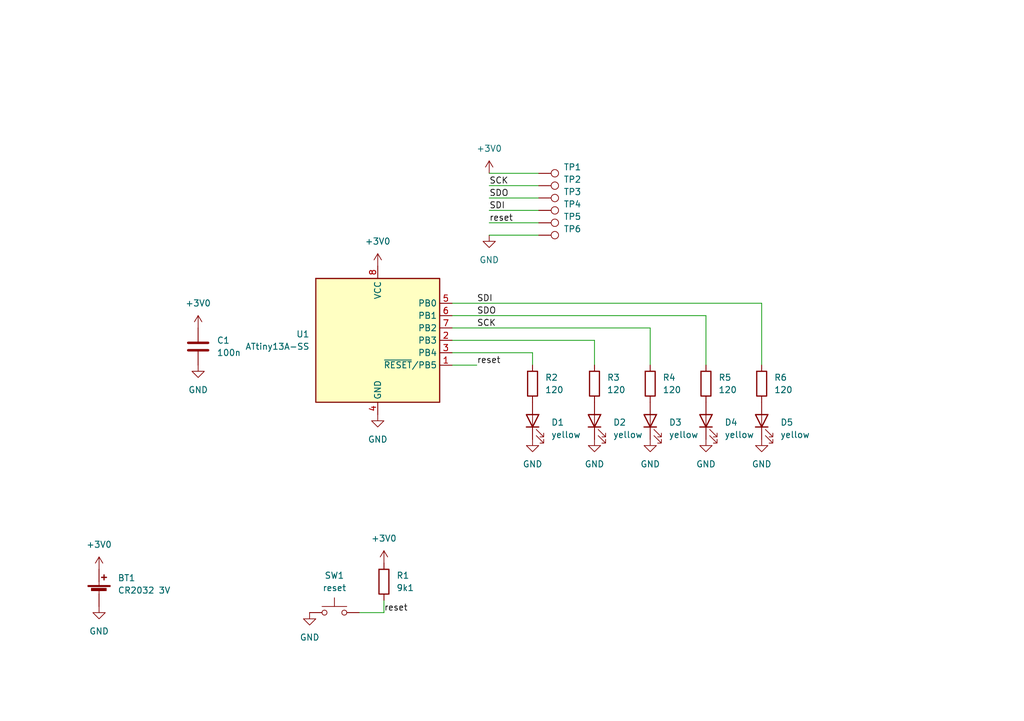
<source format=kicad_sch>
(kicad_sch (version 20211123) (generator eeschema)
  (paper "A5")
  (title_block (title "Móra Blinker") (date "2022-03-22") (company "SZTE Ferenc Móra College for Advanced Studies") (comment 1 "Ádám Kiss -- HA8KDA"))
  (lib_symbols
    (symbol "Connector:TestPoint" (pin_numbers hide) (pin_names (offset 0.762) hide)
      (property "Reference" "TP" (at 0 6.858 0))
      (property "Value" "TestPoint" (at 0 5.08 0))
      (symbol "TestPoint_0_1"
        (circle (center 0 3.302) (radius 0.762))
      )
      (symbol "TestPoint_1_1"
        (pin passive line (at 0 0 90) (length 2.54) (name "1") (number "1"))
      )
    )
    (symbol "Device:Battery_Cell" (pin_numbers hide) (pin_names (offset 0) hide)
      (property "Reference" "BT" (at 2.54 2.54 0))
      (property "Value" "Battery_Cell" (at 2.54 0 0))
      (symbol "Battery_Cell_0_1"
        (rectangle (start -2.286 1.778) (end 2.286 1.524) (fill (type outline)))
        (rectangle (start -1.5748 1.1938) (end 1.4732 0.6858) (fill (type outline)))
        (polyline (pts (xy 0 0.762) (xy 0 0)))
        (polyline (pts (xy 0 1.778) (xy 0 2.54)))
        (polyline (pts (xy 0.508 3.429) (xy 1.524 3.429)) (stroke (width 0.254)))
        (polyline (pts (xy 1.016 3.937) (xy 1.016 2.921)) (stroke (width 0.254)))
      )
      (symbol "Battery_Cell_1_1"
        (pin passive line (at 0 5.08 270) (length 2.54) (name "+") (number "1"))
        (pin passive line (at 0 -2.54 90) (length 2.54) (name "-") (number "2"))
      )
    )
    (symbol "Device:C" (pin_numbers hide) (pin_names (offset 0.254))
      (property "Reference" "C" (at 0.635 2.54 0))
      (property "Value" "C" (at 0.635 -2.54 0))
      (symbol "C_0_1"
        (polyline (pts (xy -2.032 -0.762) (xy 2.032 -0.762)) (stroke (width 0.508)))
        (polyline (pts (xy -2.032 0.762) (xy 2.032 0.762)) (stroke (width 0.508)))
      )
      (symbol "C_1_1"
        (pin passive line (at 0 3.81 270) (length 2.794) (name "~") (number "1"))
        (pin passive line (at 0 -3.81 90) (length 2.794) (name "~") (number "2"))
      )
    )
    (symbol "Device:LED" (pin_numbers hide) (pin_names (offset 1.016) hide)
      (property "Reference" "D" (at 0 2.54 0))
      (property "Value" "LED" (at 0 -2.54 0))
      (symbol "LED_0_1"
        (polyline (pts (xy -1.27 -1.27) (xy -1.27 1.27)) (stroke (width 0.254)))
        (polyline (pts (xy -1.27 0) (xy 1.27 0)))
        (polyline (pts (xy 1.27 -1.27) (xy 1.27 1.27) (xy -1.27 0) (xy 1.27 -1.27)) (stroke (width 0.254)))
        (polyline (pts (xy -3.048 -0.762) (xy -4.572 -2.286) (xy -3.81 -2.286) (xy -4.572 -2.286) (xy -4.572 -1.524)))
        (polyline (pts (xy -1.778 -0.762) (xy -3.302 -2.286) (xy -2.54 -2.286) (xy -3.302 -2.286) (xy -3.302 -1.524)))
      )
      (symbol "LED_1_1"
        (pin passive line (at -3.81 0 0) (length 2.54) (name "K") (number "1"))
        (pin passive line (at 3.81 0 180) (length 2.54) (name "A") (number "2"))
      )
    )
    (symbol "Device:R" (pin_numbers hide) (pin_names (offset 0))
      (property "Reference" "R" (at 2.032 0 90))
      (property "Value" "R" (at 0 0 90))
      (symbol "R_0_1"
        (rectangle (start -1.016 -2.54) (end 1.016 2.54) (stroke (width 0.254)))
      )
      (symbol "R_1_1"
        (pin passive line (at 0 3.81 270) (length 1.27) (name "~") (number "1"))
        (pin passive line (at 0 -3.81 90) (length 1.27) (name "~") (number "2"))
      )
    )
    (symbol "MCU_Microchip_ATtiny:ATtiny13A-SS"
      (property "Reference" "U" (at -12.7 13.97 0))
      (property "Value" "ATtiny13A-SS" (at 2.54 -13.97 0))
      (symbol "ATtiny13A-SS_0_1"
        (rectangle (start -12.7 -12.7) (end 12.7 12.7) (stroke (width 0.254)) (fill (type background)))
      )
      (symbol "ATtiny13A-SS_1_1"
        (pin bidirectional line (at 15.24 -5.08 180) (length 2.54) (name "~{RESET}/PB5") (number "1"))
        (pin bidirectional line (at 15.24 0 180) (length 2.54) (name "PB3") (number "2"))
        (pin bidirectional line (at 15.24 -2.54 180) (length 2.54) (name "PB4") (number "3"))
        (pin power_in line (at 0 -15.24 90) (length 2.54) (name "GND") (number "4"))
        (pin bidirectional line (at 15.24 7.62 180) (length 2.54) (name "PB0") (number "5"))
        (pin bidirectional line (at 15.24 5.08 180) (length 2.54) (name "PB1") (number "6"))
        (pin bidirectional line (at 15.24 2.54 180) (length 2.54) (name "PB2") (number "7"))
        (pin power_in line (at 0 15.24 270) (length 2.54) (name "VCC") (number "8"))
      )
    )
    (symbol "Switch:SW_Push" (pin_numbers hide) (pin_names (offset 1.016) hide)
      (property "Reference" "SW" (at 1.27 2.54 0))
      (property "Value" "SW_Push" (at 0 -1.524 0))
      (symbol "SW_Push_0_1"
        (circle (center -2.032 0) (radius 0.508))
        (polyline (pts (xy 0 1.27) (xy 0 3.048)))
        (polyline (pts (xy 2.54 1.27) (xy -2.54 1.27)))
        (circle (center 2.032 0) (radius 0.508))
        (pin passive line (at -5.08 0 0) (length 2.54) (name "1") (number "1"))
        (pin passive line (at 5.08 0 180) (length 2.54) (name "2") (number "2"))
      )
    )
    (symbol "power:+3V0" (power) (pin_names (offset 0))
      (property "Value" "+3V0" (at 0 3.556 0))
      (symbol "+3V0_0_1"
        (polyline (pts (xy -0.762 1.27) (xy 0 2.54)))
        (polyline (pts (xy 0 0) (xy 0 2.54)))
        (polyline (pts (xy 0 2.54) (xy 0.762 1.27)))
      )
      (symbol "+3V0_1_1"
        (pin power_in line (at 0 0 90) (length 0) hide (name "+3V0") (number "1"))
      )
    )
    (symbol "power:GND" (power) (pin_names (offset 0))
      (property "Value" "GND" (at 0 -3.81 0))
      (symbol "GND_0_1"
        (polyline (pts (xy 0 0) (xy 0 -1.27) (xy 1.27 -1.27) (xy 0 -2.54) (xy -1.27 -1.27) (xy 0 -1.27)))
      )
      (symbol "GND_1_1"
        (pin power_in line (at 0 0 270) (length 0) hide (name "GND") (number "1"))
      )
    )
  )
  (wire (pts (xy 78.74 125.73) (xy 78.74 123.19)))
  (wire (pts (xy 100.33 38.1) (xy 110.49 38.1)))
  (wire (pts (xy 92.71 62.23) (xy 156.21 62.23)))
  (wire (pts (xy 100.33 48.26) (xy 110.49 48.26)))
  (wire (pts (xy 100.33 35.56) (xy 110.49 35.56)))
  (wire (pts (xy 144.78 64.77) (xy 144.78 74.93)))
  (wire (pts (xy 109.22 72.39) (xy 92.71 72.39)))
  (wire (pts (xy 133.35 74.93) (xy 133.35 67.31)))
  (wire (pts (xy 100.33 43.18) (xy 110.49 43.18)))
  (wire (pts (xy 109.22 74.93) (xy 109.22 72.39)))
  (wire (pts (xy 100.33 45.72) (xy 110.49 45.72)))
  (wire (pts (xy 100.33 40.64) (xy 110.49 40.64)))
  (wire (pts (xy 92.71 74.93) (xy 97.79 74.93)))
  (wire (pts (xy 92.71 69.85) (xy 121.92 69.85)))
  (wire (pts (xy 73.66 125.73) (xy 78.74 125.73)))
  (wire (pts (xy 156.21 74.93) (xy 156.21 62.23)))
  (wire (pts (xy 92.71 64.77) (xy 144.78 64.77)))
  (wire (pts (xy 121.92 69.85) (xy 121.92 74.93)))
  (wire (pts (xy 92.71 67.31) (xy 133.35 67.31)))
  (label "SDO" (at 100.33 40.64 0))
  (label "SCK" (at 97.79 67.31 0))
  (label "SDO" (at 97.79 64.77 0))
  (label "SDI" (at 97.79 62.23 0))
  (label "SDI" (at 100.33 43.18 0))
  (label "SCK" (at 100.33 38.1 0))
  (label "reset" (at 100.33 45.72 0))
  (label "reset" (at 78.74 125.73 0))
  (label "reset" (at 97.79 74.93 0))
  (symbol (lib_id "power:GND") (at 40.64 74.93 0) (unit 1)
    (property "Reference" "#PWR04" (effects hide))
    (property "Value" "GND" (at 40.64 80.01 0))
  )
  (symbol (lib_id "Device:LED") (at 133.35 86.36 90) (unit 1)
    (property "Reference" "D3" (at 137.16 86.6774 90) (effects (justify right)))
    (property "Value" "yellow" (at 137.16 89.2174 90) (effects (justify right)))
    (property "Footprint" "LED_SMD:LED_0805_2012Metric_Pad1.15x1.40mm_HandSolder" (effects hide))
    (property "Datasheet" "https://www.ret.hu/media/product/13716/641224/LTST-C170YKT.pdf" (effects hide))
    (property "RET" "46-01-29" (effects hide))
  )
  (symbol (lib_id "Switch:SW_Push") (at 68.58 125.73 0) (unit 1)
    (property "Reference" "SW1" (at 68.58 118.11 0))
    (property "Value" "reset" (at 68.58 120.65 0))
    (property "Footprint" "Button_Switch_SMD:SW_Push_1P1T_NO_6x6mm_H9.5mm" (effects hide))
    (property "RET" "52-03-65" (effects hide))
  )
  (symbol (lib_id "power:+3V0") (at 77.47 54.61 0) (unit 1)
    (property "Reference" "#PWR06" (effects hide))
    (property "Value" "+3V0" (at 77.47 49.53 0))
  )
  (symbol (lib_id "Device:R") (at 109.22 78.74 0) (unit 1)
    (property "Reference" "R2" (at 111.76 77.4699 0) (effects (justify left)))
    (property "Value" "120" (at 111.76 80.0099 0) (effects (justify left)))
    (property "Footprint" "Resistor_SMD:R_0805_2012Metric_Pad1.20x1.40mm_HandSolder" (effects hide))
    (property "RET" "92-02-00" (effects hide))
  )
  (symbol (lib_id "MCU_Microchip_ATtiny:ATtiny13A-SS") (at 77.47 69.85 0) (unit 1)
    (property "Reference" "U1" (at 63.5 68.5799 0) (effects (justify right)))
    (property "Value" "ATtiny13A-SS" (at 63.5 71.1199 0) (effects (justify right)))
    (property "Footprint" "Package_SO:SOIC-8_3.9x4.9mm_P1.27mm" (effects hide))
    (property "Datasheet" "http://ww1.microchip.com/downloads/en/DeviceDoc/doc8126.pdf" (effects hide))
    (property "RET" "42-13-20" (effects hide))
  )
  (symbol (lib_id "Device:R") (at 156.21 78.74 0) (unit 1)
    (property "Reference" "R6" (at 158.75 77.4699 0) (effects (justify left)))
    (property "Value" "120" (at 158.75 80.0099 0) (effects (justify left)))
    (property "Footprint" "Resistor_SMD:R_0805_2012Metric_Pad1.20x1.40mm_HandSolder" (effects hide))
    (property "RET" "92-02-00" (effects hide))
  )
  (symbol (lib_id "power:GND") (at 121.92 90.17 0) (unit 1)
    (property "Reference" "#PWR012" (effects hide))
    (property "Value" "GND" (at 121.92 95.25 0))
  )
  (symbol (lib_id "power:GND") (at 133.35 90.17 0) (unit 1)
    (property "Reference" "#PWR013" (effects hide))
    (property "Value" "GND" (at 133.35 95.25 0))
  )
  (symbol (lib_id "Device:R") (at 133.35 78.74 0) (unit 1)
    (property "Reference" "R4" (at 135.89 77.4699 0) (effects (justify left)))
    (property "Value" "120" (at 135.89 80.0099 0) (effects (justify left)))
    (property "Footprint" "Resistor_SMD:R_0805_2012Metric_Pad1.20x1.40mm_HandSolder" (effects hide))
    (property "RET" "92-02-00" (effects hide))
  )
  (symbol (lib_id "Connector:TestPoint") (at 110.49 40.64 270) (unit 1)
    (property "Reference" "TP3" (at 115.57 39.3699 90) (effects (justify left)))
    (property "Value" "TestPoint" (effects hide))
    (property "Footprint" "TestPoint:TestPoint_Pad_D3.0mm" (effects hide))
  )
  (symbol (lib_id "power:GND") (at 63.5 125.73 0) (unit 1)
    (property "Reference" "#PWR05" (effects hide))
    (property "Value" "GND" (at 63.5 130.81 0))
  )
  (symbol (lib_id "Device:R") (at 121.92 78.74 0) (unit 1)
    (property "Reference" "R3" (at 124.46 77.4699 0) (effects (justify left)))
    (property "Value" "120" (at 124.46 80.0099 0) (effects (justify left)))
    (property "Footprint" "Resistor_SMD:R_0805_2012Metric_Pad1.20x1.40mm_HandSolder" (effects hide))
    (property "RET" "92-02-00" (effects hide))
  )
  (symbol (lib_id "Device:LED") (at 121.92 86.36 90) (unit 1)
    (property "Reference" "D2" (at 125.73 86.6774 90) (effects (justify right)))
    (property "Value" "yellow" (at 125.73 89.2174 90) (effects (justify right)))
    (property "Footprint" "LED_SMD:LED_0805_2012Metric_Pad1.15x1.40mm_HandSolder" (effects hide))
    (property "Datasheet" "https://www.ret.hu/media/product/13716/641224/LTST-C170YKT.pdf" (effects hide))
    (property "RET" "46-01-29" (effects hide))
  )
  (symbol (lib_id "Device:C") (at 40.64 71.12 0) (unit 1)
    (property "Reference" "C1" (at 44.45 69.8499 0) (effects (justify left)))
    (property "Value" "100n" (at 44.45 72.3899 0) (effects (justify left)))
    (property "Footprint" "Capacitor_SMD:C_0805_2012Metric_Pad1.18x1.45mm_HandSolder" (effects hide))
    (property "RET" "93-07-07" (effects hide))
  )
  (symbol (lib_id "Connector:TestPoint") (at 110.49 48.26 270) (unit 1)
    (property "Reference" "TP6" (at 115.57 46.9899 90) (effects (justify left)))
    (property "Value" "TestPoint" (effects hide))
    (property "Footprint" "TestPoint:TestPoint_Pad_D3.0mm" (effects hide))
  )
  (symbol (lib_id "Connector:TestPoint") (at 110.49 43.18 270) (unit 1)
    (property "Reference" "TP4" (at 115.57 41.9099 90) (effects (justify left)))
    (property "Value" "TestPoint" (effects hide))
    (property "Footprint" "TestPoint:TestPoint_Pad_D3.0mm" (effects hide))
  )
  (symbol (lib_id "power:+3V0") (at 20.32 116.84 0) (unit 1)
    (property "Reference" "#PWR01" (effects hide))
    (property "Value" "+3V0" (at 20.32 111.76 0))
  )
  (symbol (lib_id "power:+3V0") (at 40.64 67.31 0) (unit 1)
    (property "Reference" "#PWR03" (effects hide))
    (property "Value" "+3V0" (at 40.64 62.23 0))
  )
  (symbol (lib_id "Device:LED") (at 156.21 86.36 90) (unit 1)
    (property "Reference" "D5" (at 160.02 86.6774 90) (effects (justify right)))
    (property "Value" "yellow" (at 160.02 89.2174 90) (effects (justify right)))
    (property "Footprint" "LED_SMD:LED_0805_2012Metric_Pad1.15x1.40mm_HandSolder" (effects hide))
    (property "Datasheet" "https://www.ret.hu/media/product/13716/641224/LTST-C170YKT.pdf" (effects hide))
    (property "RET" "46-01-29" (effects hide))
  )
  (symbol (lib_id "Connector:TestPoint") (at 110.49 45.72 270) (unit 1)
    (property "Reference" "TP5" (at 115.57 44.4499 90) (effects (justify left)))
    (property "Value" "TestPoint" (effects hide))
    (property "Footprint" "TestPoint:TestPoint_Pad_D3.0mm" (effects hide))
  )
  (symbol (lib_id "power:GND") (at 109.22 90.17 0) (unit 1)
    (property "Reference" "#PWR011" (effects hide))
    (property "Value" "GND" (at 109.22 95.25 0))
  )
  (symbol (lib_id "power:GND") (at 144.78 90.17 0) (unit 1)
    (property "Reference" "#PWR014" (effects hide))
    (property "Value" "GND" (at 144.78 95.25 0))
  )
  (symbol (lib_id "power:GND") (at 100.33 48.26 0) (unit 1)
    (property "Reference" "#PWR0102" (effects hide))
    (property "Value" "GND" (at 100.33 53.34 0))
  )
  (symbol (lib_id "Device:LED") (at 144.78 86.36 90) (unit 1)
    (property "Reference" "D4" (at 148.59 86.6774 90) (effects (justify right)))
    (property "Value" "yellow" (at 148.59 89.2174 90) (effects (justify right)))
    (property "Footprint" "LED_SMD:LED_0805_2012Metric_Pad1.15x1.40mm_HandSolder" (effects hide))
    (property "Datasheet" "https://www.ret.hu/media/product/13716/641224/LTST-C170YKT.pdf" (effects hide))
    (property "RET" "46-01-29" (effects hide))
  )
  (symbol (lib_id "Device:LED") (at 109.22 86.36 90) (unit 1)
    (property "Reference" "D1" (at 113.03 86.6774 90) (effects (justify right)))
    (property "Value" "yellow" (at 113.03 89.2174 90) (effects (justify right)))
    (property "Footprint" "LED_SMD:LED_0805_2012Metric_Pad1.15x1.40mm_HandSolder" (effects hide))
    (property "Datasheet" "https://www.ret.hu/media/product/13716/641224/LTST-C170YKT.pdf" (effects hide))
    (property "RET" "46-01-29" (effects hide))
  )
  (symbol (lib_id "power:GND") (at 156.21 90.17 0) (unit 1)
    (property "Reference" "#PWR015" (effects hide))
    (property "Value" "GND" (at 156.21 95.25 0))
  )
  (symbol (lib_id "power:GND") (at 77.47 85.09 0) (unit 1)
    (property "Reference" "#PWR07" (effects hide))
    (property "Value" "GND" (at 77.47 90.17 0))
  )
  (symbol (lib_id "Device:Battery_Cell") (at 20.32 121.92 0) (unit 1)
    (property "Reference" "BT1" (at 24.13 118.6179 0) (effects (justify left)))
    (property "Value" "CR2032 3V" (at 24.13 121.1579 0) (effects (justify left)))
    (property "Footprint" "Battery:BatteryHolder_ComfortableElectronic_CH273-2450_1x2450" (effects hide))
    (property "RET" "65-01-08" (effects hide))
  )
  (symbol (lib_id "power:GND") (at 20.32 124.46 0) (unit 1)
    (property "Reference" "#PWR02" (effects hide))
    (property "Value" "GND" (at 20.32 129.54 0))
  )
  (symbol (lib_id "power:+3V0") (at 78.74 115.57 0) (unit 1)
    (property "Reference" "#PWR08" (effects hide))
    (property "Value" "+3V0" (at 78.74 110.49 0))
  )
  (symbol (lib_id "Device:R") (at 78.74 119.38 0) (unit 1)
    (property "Reference" "R1" (at 81.28 118.1099 0) (effects (justify left)))
    (property "Value" "9k1" (at 81.28 120.6499 0) (effects (justify left)))
    (property "Footprint" "Resistor_SMD:R_0805_2012Metric_Pad1.20x1.40mm_HandSolder" (effects hide))
    (property "RET" "96-02-29" (effects hide))
  )
  (symbol (lib_id "Connector:TestPoint") (at 110.49 38.1 270) (unit 1)
    (property "Reference" "TP2" (at 115.57 36.8299 90) (effects (justify left)))
    (property "Value" "TestPoint" (effects hide))
    (property "Footprint" "TestPoint:TestPoint_Pad_D3.0mm" (effects hide))
  )
  (symbol (lib_id "Device:R") (at 144.78 78.74 0) (unit 1)
    (property "Reference" "R5" (at 147.32 77.4699 0) (effects (justify left)))
    (property "Value" "120" (at 147.32 80.0099 0) (effects (justify left)))
    (property "Footprint" "Resistor_SMD:R_0805_2012Metric_Pad1.20x1.40mm_HandSolder" (effects hide))
    (property "RET" "92-02-00" (effects hide))
  )
  (symbol (lib_id "power:+3V0") (at 100.33 35.56 0) (unit 1)
    (property "Reference" "#PWR0101" (effects hide))
    (property "Value" "+3V0" (at 100.33 30.48 0))
  )
  (symbol (lib_id "Connector:TestPoint") (at 110.49 35.56 270) (unit 1)
    (property "Reference" "TP1" (at 115.57 34.2899 90) (effects (justify left)))
    (property "Value" "TestPoint" (effects hide))
    (property "Footprint" "TestPoint:TestPoint_Pad_D3.0mm" (effects hide))
  )
)
</source>
